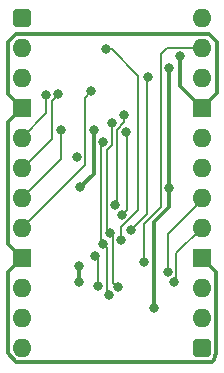
<source format=gbl>
%TF.GenerationSoftware,KiCad,Pcbnew,8.0.7*%
%TF.CreationDate,2025-01-03T10:35:11+02:00*%
%TF.ProjectId,Sound Address Decode,536f756e-6420-4416-9464-726573732044,rev?*%
%TF.SameCoordinates,Original*%
%TF.FileFunction,Copper,L2,Bot*%
%TF.FilePolarity,Positive*%
%FSLAX46Y46*%
G04 Gerber Fmt 4.6, Leading zero omitted, Abs format (unit mm)*
G04 Created by KiCad (PCBNEW 8.0.7) date 2025-01-03 10:35:11*
%MOMM*%
%LPD*%
G01*
G04 APERTURE LIST*
G04 Aperture macros list*
%AMRoundRect*
0 Rectangle with rounded corners*
0 $1 Rounding radius*
0 $2 $3 $4 $5 $6 $7 $8 $9 X,Y pos of 4 corners*
0 Add a 4 corners polygon primitive as box body*
4,1,4,$2,$3,$4,$5,$6,$7,$8,$9,$2,$3,0*
0 Add four circle primitives for the rounded corners*
1,1,$1+$1,$2,$3*
1,1,$1+$1,$4,$5*
1,1,$1+$1,$6,$7*
1,1,$1+$1,$8,$9*
0 Add four rect primitives between the rounded corners*
20,1,$1+$1,$2,$3,$4,$5,0*
20,1,$1+$1,$4,$5,$6,$7,0*
20,1,$1+$1,$6,$7,$8,$9,0*
20,1,$1+$1,$8,$9,$2,$3,0*%
G04 Aperture macros list end*
%TA.AperFunction,ComponentPad*%
%ADD10RoundRect,0.400000X-0.400000X-0.400000X0.400000X-0.400000X0.400000X0.400000X-0.400000X0.400000X0*%
%TD*%
%TA.AperFunction,ComponentPad*%
%ADD11O,1.600000X1.600000*%
%TD*%
%TA.AperFunction,ComponentPad*%
%ADD12R,1.600000X1.600000*%
%TD*%
%TA.AperFunction,ViaPad*%
%ADD13C,0.800000*%
%TD*%
%TA.AperFunction,Conductor*%
%ADD14C,0.380000*%
%TD*%
%TA.AperFunction,Conductor*%
%ADD15C,0.200000*%
%TD*%
G04 APERTURE END LIST*
D10*
%TO.P,J1,1,Pin_1*%
%TO.N,/5V*%
X0Y0D03*
D11*
%TO.P,J1,2,Pin_2*%
%TO.N,/~{Device RAM}*%
X0Y-2540000D03*
%TO.P,J1,3,Pin_3*%
%TO.N,/Device ~{CS}*%
X0Y-5080000D03*
D12*
%TO.P,J1,4,Pin_4*%
%TO.N,/GND*%
X0Y-7620000D03*
D11*
%TO.P,J1,5,Pin_5*%
%TO.N,/~{RD}*%
X0Y-10160000D03*
%TO.P,J1,6,Pin_6*%
%TO.N,/~{WD}*%
X0Y-12700000D03*
%TO.P,J1,7,Pin_7*%
%TO.N,/A16*%
X0Y-15240000D03*
%TO.P,J1,8,Pin_8*%
%TO.N,/A15*%
X0Y-17780000D03*
D12*
%TO.P,J1,9,Pin_9*%
%TO.N,/GND*%
X0Y-20320000D03*
D11*
%TO.P,J1,10,Pin_10*%
%TO.N,/~{CLK}*%
X0Y-22860000D03*
%TO.P,J1,11,Pin_11*%
%TO.N,unconnected-(J1-Pin_11-Pad11)*%
X0Y-25400000D03*
%TO.P,J1,12,Pin_12*%
%TO.N,unconnected-(J1-Pin_12-Pad12)*%
X0Y-27940000D03*
D10*
%TO.P,J1,13,Pin_13*%
%TO.N,/5V*%
X15240000Y-27940000D03*
D11*
%TO.P,J1,14,Pin_14*%
%TO.N,unconnected-(J1-Pin_14-Pad14)*%
X15240000Y-25400000D03*
%TO.P,J1,15,Pin_15*%
%TO.N,/CPU B ~{WE}*%
X15240000Y-22860000D03*
D12*
%TO.P,J1,16,Pin_16*%
%TO.N,/GND*%
X15240000Y-20320000D03*
D11*
%TO.P,J1,17,Pin_17*%
%TO.N,/CPU B ~{OE}*%
X15240000Y-17780000D03*
%TO.P,J1,18,Pin_18*%
%TO.N,/CPU B ~{OE}\u00B7~{WE}*%
X15240000Y-15240000D03*
%TO.P,J1,19,Pin_19*%
%TO.N,/CPU A ~{WE}*%
X15240000Y-12700000D03*
%TO.P,J1,20,Pin_20*%
%TO.N,/CPU A ~{OE}*%
X15240000Y-10160000D03*
D12*
%TO.P,J1,21,Pin_21*%
%TO.N,/GND*%
X15240000Y-7620000D03*
D11*
%TO.P,J1,22,Pin_22*%
%TO.N,/CPU A ~{OE}\u00B7~{WE}*%
X15240000Y-5080000D03*
%TO.P,J1,23,Pin_23*%
%TO.N,/Sound Address*%
X15240000Y-2540000D03*
%TO.P,J1,24,Pin_24*%
%TO.N,unconnected-(J1-Pin_24-Pad24)*%
X15240000Y0D03*
%TD*%
D13*
%TO.N,/GND*%
X4876800Y-20980400D03*
X13406703Y-3240000D03*
X4876800Y-22381606D03*
X4953000Y-14351000D03*
X6096000Y-9525000D03*
X4634000Y-11811000D03*
%TO.N,/3.3V*%
X12496800Y-14427200D03*
X12485600Y-4216400D03*
X11226800Y-24592998D03*
%TO.N,/A16*%
X3302000Y-9525000D03*
%TO.N,/~{WD}*%
X3050604Y-6462189D03*
%TO.N,/~{RD}*%
X2057400Y-6578600D03*
%TO.N,/A15*%
X5878410Y-6234000D03*
%TO.N,/CPU B ~{WE}*%
X6858000Y-19151600D03*
X7366000Y-23495000D03*
X6886000Y-10530294D03*
%TO.N,/CPU A ~{WE}*%
X8495914Y-16680226D03*
X8788316Y-9701584D03*
%TO.N,/CPU B ~{OE}*%
X7620000Y-8890000D03*
X12929291Y-22358615D03*
X8128000Y-22830804D03*
X7431000Y-18236402D03*
%TO.N,/CPU A ~{OE}*%
X8636000Y-8189992D03*
X7920625Y-15862272D03*
%TO.N,/CPU A ~{OE}\u00B7~{WE}*%
X9251551Y-17937042D03*
X10716040Y-5006400D03*
%TO.N,/CPU B ~{OE}\u00B7~{WE}*%
X6234471Y-20171403D03*
X12372400Y-21528026D03*
X6477226Y-22733226D03*
%TO.N,/Sound Address*%
X10372493Y-20654150D03*
%TO.N,/~{Device RAM}*%
X7112010Y-2667000D03*
X8421544Y-18786400D03*
%TD*%
D14*
%TO.N,/GND*%
X16279467Y-28932533D02*
X16082000Y-29130000D01*
X16495332Y-2017332D02*
X16495332Y-6364668D01*
X4953000Y-14351000D02*
X6096000Y-13208000D01*
X16452713Y-28376352D02*
X16382754Y-28660189D01*
X-1190000Y-6430000D02*
X-1190000Y-2047085D01*
X0Y-20320000D02*
X-1190000Y-19130000D01*
X15240000Y-20320000D02*
X16452713Y-21532713D01*
X-1190000Y-8810000D02*
X0Y-7620000D01*
X-1201771Y-21521771D02*
X0Y-20320000D01*
X16452713Y-21532713D02*
X16452713Y-28376352D01*
X-492915Y-29130000D02*
X-1201771Y-28421144D01*
X15828000Y-1350000D02*
X16495332Y-2017332D01*
X16495332Y-6364668D02*
X15240000Y-7620000D01*
X16382754Y-28660189D02*
X16279467Y-28932533D01*
X-1201771Y-28421144D02*
X-1201771Y-21521771D01*
X6096000Y-13208000D02*
X6096000Y-9525000D01*
X15240000Y-7620000D02*
X13406703Y-5786703D01*
X-492915Y-1350000D02*
X15828000Y-1350000D01*
X-1190000Y-19130000D02*
X-1190000Y-8810000D01*
X13406703Y-5786703D02*
X13406703Y-3240000D01*
X0Y-7620000D02*
X-1190000Y-6430000D01*
X4876800Y-20980400D02*
X4876800Y-22381606D01*
X16082000Y-29130000D02*
X-492915Y-29130000D01*
X-1190000Y-2047085D02*
X-492915Y-1350000D01*
%TO.N,/3.3V*%
X12485600Y-14416000D02*
X12496800Y-14427200D01*
X11226800Y-17272000D02*
X12496800Y-16002000D01*
X12496800Y-16002000D02*
X12496800Y-14427200D01*
X11226800Y-24592998D02*
X11226800Y-17272000D01*
X12485600Y-4216400D02*
X12485600Y-14416000D01*
D15*
%TO.N,/A16*%
X3302000Y-11938000D02*
X3302000Y-9525000D01*
X0Y-15240000D02*
X3302000Y-11938000D01*
%TO.N,/~{WD}*%
X2559000Y-10268000D02*
X2559000Y-7066950D01*
X127000Y-12700000D02*
X2559000Y-10268000D01*
X2559000Y-7066950D02*
X3050604Y-6575346D01*
X3050604Y-6575346D02*
X3050604Y-6462189D01*
%TO.N,/~{RD}*%
X0Y-10160000D02*
X2057400Y-8102600D01*
X2057400Y-8102600D02*
X2057400Y-6578600D01*
%TO.N,/A15*%
X0Y-17780000D02*
X5334000Y-12446000D01*
X5334000Y-6778410D02*
X5878410Y-6234000D01*
X5334000Y-12446000D02*
X5334000Y-6778410D01*
%TO.N,/CPU B ~{WE}*%
X7239000Y-23368000D02*
X7366000Y-23495000D01*
X6858000Y-19151600D02*
X7239000Y-19532600D01*
X7239000Y-19532600D02*
X7239000Y-23368000D01*
X6731000Y-19024600D02*
X6731000Y-10685294D01*
X6858000Y-19151600D02*
X6731000Y-19024600D01*
X6731000Y-10685294D02*
X6886000Y-10530294D01*
%TO.N,/CPU A ~{WE}*%
X8495914Y-16680226D02*
X8927939Y-16248201D01*
X8927939Y-16248201D02*
X8927939Y-9841207D01*
X8927939Y-9841207D02*
X8788316Y-9701584D01*
%TO.N,/CPU B ~{OE}*%
X7205600Y-18011002D02*
X7431000Y-18236402D01*
X13072400Y-19947600D02*
X13072400Y-22215506D01*
X7721544Y-18526946D02*
X7721544Y-22424348D01*
X7620000Y-8890000D02*
X7620000Y-10786244D01*
X15240000Y-17780000D02*
X13072400Y-19947600D01*
X7721544Y-22424348D02*
X8128000Y-22830804D01*
X13072400Y-22215506D02*
X12929291Y-22358615D01*
X7431000Y-18236402D02*
X7721544Y-18526946D01*
X7620000Y-10786244D02*
X7205600Y-11200644D01*
X7205600Y-11200644D02*
X7205600Y-18011002D01*
%TO.N,/CPU A ~{OE}*%
X7920625Y-15862272D02*
X8020000Y-15762897D01*
X8636000Y-8863950D02*
X8636000Y-8189992D01*
X8020000Y-15762897D02*
X8020000Y-9479950D01*
X8020000Y-9479950D02*
X8636000Y-8863950D01*
%TO.N,/CPU A ~{OE}\u00B7~{WE}*%
X10613386Y-16575207D02*
X10613386Y-5109054D01*
X10613386Y-5109054D02*
X10716040Y-5006400D01*
X9251551Y-17937042D02*
X10613386Y-16575207D01*
%TO.N,/CPU B ~{OE}\u00B7~{WE}*%
X6477226Y-20414158D02*
X6477226Y-22733226D01*
X6234471Y-20171403D02*
X6477226Y-20414158D01*
X15240000Y-15424964D02*
X12372400Y-18292564D01*
X12372400Y-18292564D02*
X12372400Y-21528026D01*
%TO.N,/Sound Address*%
X12319000Y-2540000D02*
X15240000Y-2540000D01*
X10372493Y-20654150D02*
X10372493Y-17433342D01*
X11785600Y-3073400D02*
X12319000Y-2540000D01*
X11785600Y-16020235D02*
X11785600Y-3073400D01*
X10372493Y-17433342D02*
X11785600Y-16020235D01*
%TO.N,/~{Device RAM}*%
X9855200Y-16310890D02*
X9855200Y-4902200D01*
X7620000Y-2667000D02*
X7112010Y-2667000D01*
X9855200Y-4902200D02*
X7620000Y-2667000D01*
X8421544Y-18786400D02*
X8421544Y-17744546D01*
X8421544Y-17744546D02*
X9855200Y-16310890D01*
%TD*%
M02*

</source>
